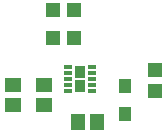
<source format=gbr>
G04*
G04 #@! TF.GenerationSoftware,Altium Limited,Altium Designer,24.7.2 (38)*
G04*
G04 Layer_Color=128*
%FSLAX25Y25*%
%MOIN*%
G70*
G04*
G04 #@! TF.SameCoordinates,557B2C77-FFCE-42D9-A2FA-4134FEC932EB*
G04*
G04*
G04 #@! TF.FilePolarity,Positive*
G04*
G01*
G75*
%ADD23R,0.04724X0.04724*%
%ADD29R,0.04940X0.05733*%
%ADD30R,0.03937X0.04528*%
%ADD31R,0.05733X0.04940*%
G04:AMPARAMS|DCode=32|XSize=29.13mil|YSize=10.63mil|CornerRadius=0.37mil|HoleSize=0mil|Usage=FLASHONLY|Rotation=0.000|XOffset=0mil|YOffset=0mil|HoleType=Round|Shape=RoundedRectangle|*
%AMROUNDEDRECTD32*
21,1,0.02913,0.00989,0,0,0.0*
21,1,0.02839,0.01063,0,0,0.0*
1,1,0.00074,0.01420,-0.00494*
1,1,0.00074,-0.01420,-0.00494*
1,1,0.00074,-0.01420,0.00494*
1,1,0.00074,0.01420,0.00494*
%
%ADD32ROUNDEDRECTD32*%
%ADD36R,0.04724X0.04724*%
G36*
X224153Y124046D02*
X220845D01*
Y120109D01*
X224153D01*
Y124046D01*
D02*
G37*
G36*
Y128777D02*
X220844D01*
Y124834D01*
X224153D01*
Y128777D01*
D02*
G37*
D23*
X247500Y127543D02*
D03*
Y120457D02*
D03*
D29*
X221749Y110000D02*
D03*
X228251D02*
D03*
D30*
X237500Y122126D02*
D03*
Y112874D02*
D03*
D31*
X210500Y115749D02*
D03*
Y122251D02*
D03*
X200000Y115749D02*
D03*
Y122251D02*
D03*
D32*
X218483Y120503D02*
D03*
Y122472D02*
D03*
Y124440D02*
D03*
Y126409D02*
D03*
Y128377D02*
D03*
X226517D02*
D03*
Y126409D02*
D03*
Y124440D02*
D03*
Y122472D02*
D03*
Y120503D02*
D03*
D36*
X213457Y138000D02*
D03*
X220543D02*
D03*
Y147500D02*
D03*
X213457D02*
D03*
M02*

</source>
